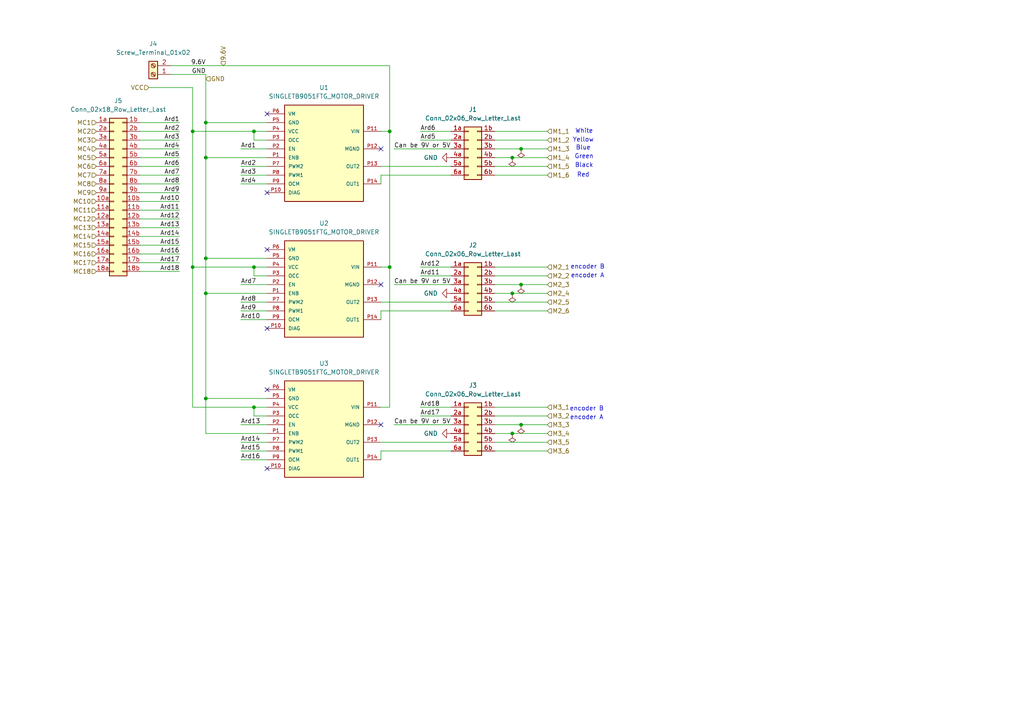
<source format=kicad_sch>
(kicad_sch (version 20250114) (generator "eeschema") (generator_version "9.0")
  (paper "A4")
  (title_block (title "Motor Controller Proto-Board"))
  (lib_symbols
    (symbol "Connector:Screw_Terminal_01x02" (pin_names (offset 1.016) (hide yes))
      (property "Reference" "J" (at 0 2.54 0))
      (property "Value" "Screw_Terminal_01x02" (at 0 -5.08 0))
      (symbol "Screw_Terminal_01x02_1_1"
        (rectangle (start -1.27 1.27) (end 1.27 -3.81) (stroke (width 0.254)) (fill (type background)))
        (polyline (pts (xy -0.5334 0.3302) (xy 0.3302 -0.508)) (stroke (width 0.1524)))
        (polyline (pts (xy -0.5334 -2.2098) (xy 0.3302 -3.048)) (stroke (width 0.1524)))
        (polyline (pts (xy -0.3556 0.508) (xy 0.508 -0.3302)) (stroke (width 0.1524)))
        (polyline (pts (xy -0.3556 -2.032) (xy 0.508 -2.8702)) (stroke (width 0.1524)))
        (circle (center 0 0) (radius 0.635) (stroke (width 0.1524)))
        (circle (center 0 -2.54) (radius 0.635) (stroke (width 0.1524)))
        (pin passive line (at -5.08 0 0) (length 3.81) (name "Pin_1") (number "1"))
        (pin passive line (at -5.08 -2.54 0) (length 3.81) (name "Pin_2") (number "2"))
      )
    )
    (symbol "Connector_Generic:Conn_02x06_Row_Letter_Last" (pin_names (offset 1.016) (hide yes))
      (property "Reference" "J" (at 1.27 7.62 0))
      (property "Value" "Conn_02x06_Row_Letter_Last" (at 1.27 -10.16 0))
      (symbol "Conn_02x06_Row_Letter_Last_1_1"
        (rectangle (start -1.27 6.35) (end 3.81 -8.89) (stroke (width 0.254)) (fill (type background)))
        (rectangle (start -1.27 5.207) (end 0 4.953) (stroke (width 0.1524)))
        (rectangle (start -1.27 2.667) (end 0 2.413) (stroke (width 0.1524)))
        (rectangle (start -1.27 0.127) (end 0 -0.127) (stroke (width 0.1524)))
        (rectangle (start -1.27 -2.413) (end 0 -2.667) (stroke (width 0.1524)))
        (rectangle (start -1.27 -4.953) (end 0 -5.207) (stroke (width 0.1524)))
        (rectangle (start -1.27 -7.493) (end 0 -7.747) (stroke (width 0.1524)))
        (rectangle (start 3.81 5.207) (end 2.54 4.953) (stroke (width 0.1524)))
        (rectangle (start 3.81 2.667) (end 2.54 2.413) (stroke (width 0.1524)))
        (rectangle (start 3.81 0.127) (end 2.54 -0.127) (stroke (width 0.1524)))
        (rectangle (start 3.81 -2.413) (end 2.54 -2.667) (stroke (width 0.1524)))
        (rectangle (start 3.81 -4.953) (end 2.54 -5.207) (stroke (width 0.1524)))
        (rectangle (start 3.81 -7.493) (end 2.54 -7.747) (stroke (width 0.1524)))
        (pin passive line (at -5.08 5.08 0) (length 3.81) (name "Pin_1a") (number "1a"))
        (pin passive line (at -5.08 2.54 0) (length 3.81) (name "Pin_2a") (number "2a"))
        (pin passive line (at -5.08 0 0) (length 3.81) (name "Pin_3a") (number "3a"))
        (pin passive line (at -5.08 -2.54 0) (length 3.81) (name "Pin_4a") (number "4a"))
        (pin passive line (at -5.08 -5.08 0) (length 3.81) (name "Pin_5a") (number "5a"))
        (pin passive line (at -5.08 -7.62 0) (length 3.81) (name "Pin_6a") (number "6a"))
        (pin passive line (at 7.62 5.08 180) (length 3.81) (name "Pin_1b") (number "1b"))
        (pin passive line (at 7.62 2.54 180) (length 3.81) (name "Pin_2b") (number "2b"))
        (pin passive line (at 7.62 0 180) (length 3.81) (name "Pin_3b") (number "3b"))
        (pin passive line (at 7.62 -2.54 180) (length 3.81) (name "Pin_4b") (number "4b"))
        (pin passive line (at 7.62 -5.08 180) (length 3.81) (name "Pin_5b") (number "5b"))
        (pin passive line (at 7.62 -7.62 180) (length 3.81) (name "Pin_6b") (number "6b"))
      )
    )
    (symbol "Connector_Generic:Conn_02x18_Row_Letter_Last" (pin_names (offset 1.016) (hide yes))
      (property "Reference" "J" (at 1.27 22.86 0))
      (property "Value" "Conn_02x18_Row_Letter_Last" (at 1.27 -25.4 0))
      (symbol "Conn_02x18_Row_Letter_Last_1_1"
        (rectangle (start -1.27 21.59) (end 3.81 -24.13) (stroke (width 0.254)) (fill (type background)))
        (rectangle (start -1.27 20.447) (end 0 20.193) (stroke (width 0.1524)))
        (rectangle (start -1.27 17.907) (end 0 17.653) (stroke (width 0.1524)))
        (rectangle (start -1.27 15.367) (end 0 15.113) (stroke (width 0.1524)))
        (rectangle (start -1.27 12.827) (end 0 12.573) (stroke (width 0.1524)))
        (rectangle (start -1.27 10.287) (end 0 10.033) (stroke (width 0.1524)))
        (rectangle (start -1.27 7.747) (end 0 7.493) (stroke (width 0.1524)))
        (rectangle (start -1.27 5.207) (end 0 4.953) (stroke (width 0.1524)))
        (rectangle (start -1.27 2.667) (end 0 2.413) (stroke (width 0.1524)))
        (rectangle (start -1.27 0.127) (end 0 -0.127) (stroke (width 0.1524)))
        (rectangle (start -1.27 -2.413) (end 0 -2.667) (stroke (width 0.1524)))
        (rectangle (start -1.27 -4.953) (end 0 -5.207) (stroke (width 0.1524)))
        (rectangle (start -1.27 -7.493) (end 0 -7.747) (stroke (width 0.1524)))
        (rectangle (start -1.27 -10.033) (end 0 -10.287) (stroke (width 0.1524)))
        (rectangle (start -1.27 -12.573) (end 0 -12.827) (stroke (width 0.1524)))
        (rectangle (start -1.27 -15.113) (end 0 -15.367) (stroke (width 0.1524)))
        (rectangle (start -1.27 -17.653) (end 0 -17.907) (stroke (width 0.1524)))
        (rectangle (start -1.27 -20.193) (end 0 -20.447) (stroke (width 0.1524)))
        (rectangle (start -1.27 -22.733) (end 0 -22.987) (stroke (width 0.1524)))
        (rectangle (start 3.81 20.447) (end 2.54 20.193) (stroke (width 0.1524)))
        (rectangle (start 3.81 17.907) (end 2.54 17.653) (stroke (width 0.1524)))
        (rectangle (start 3.81 15.367) (end 2.54 15.113) (stroke (width 0.1524)))
        (rectangle (start 3.81 12.827) (end 2.54 12.573) (stroke (width 0.1524)))
        (rectangle (start 3.81 10.287) (end 2.54 10.033) (stroke (width 0.1524)))
        (rectangle (start 3.81 7.747) (end 2.54 7.493) (stroke (width 0.1524)))
        (rectangle (start 3.81 5.207) (end 2.54 4.953) (stroke (width 0.1524)))
        (rectangle (start 3.81 2.667) (end 2.54 2.413) (stroke (width 0.1524)))
        (rectangle (start 3.81 0.127) (end 2.54 -0.127) (stroke (width 0.1524)))
        (rectangle (start 3.81 -2.413) (end 2.54 -2.667) (stroke (width 0.1524)))
        (rectangle (start 3.81 -4.953) (end 2.54 -5.207) (stroke (width 0.1524)))
        (rectangle (start 3.81 -7.493) (end 2.54 -7.747) (stroke (width 0.1524)))
        (rectangle (start 3.81 -10.033) (end 2.54 -10.287) (stroke (width 0.1524)))
        (rectangle (start 3.81 -12.573) (end 2.54 -12.827) (stroke (width 0.1524)))
        (rectangle (start 3.81 -15.113) (end 2.54 -15.367) (stroke (width 0.1524)))
        (rectangle (start 3.81 -17.653) (end 2.54 -17.907) (stroke (width 0.1524)))
        (rectangle (start 3.81 -20.193) (end 2.54 -20.447) (stroke (width 0.1524)))
        (rectangle (start 3.81 -22.733) (end 2.54 -22.987) (stroke (width 0.1524)))
        (pin passive line (at -5.08 20.32 0) (length 3.81) (name "Pin_1a") (number "1a"))
        (pin passive line (at -5.08 17.78 0) (length 3.81) (name "Pin_2a") (number "2a"))
        (pin passive line (at -5.08 15.24 0) (length 3.81) (name "Pin_3a") (number "3a"))
        (pin passive line (at -5.08 12.7 0) (length 3.81) (name "Pin_4a") (number "4a"))
        (pin passive line (at -5.08 10.16 0) (length 3.81) (name "Pin_5a") (number "5a"))
        (pin passive line (at -5.08 7.62 0) (length 3.81) (name "Pin_6a") (number "6a"))
        (pin passive line (at -5.08 5.08 0) (length 3.81) (name "Pin_7a") (number "7a"))
        (pin passive line (at -5.08 2.54 0) (length 3.81) (name "Pin_8a") (number "8a"))
        (pin passive line (at -5.08 0 0) (length 3.81) (name "Pin_9a") (number "9a"))
        (pin passive line (at -5.08 -2.54 0) (length 3.81) (name "Pin_10a") (number "10a"))
        (pin passive line (at -5.08 -5.08 0) (length 3.81) (name "Pin_11a") (number "11a"))
        (pin passive line (at -5.08 -7.62 0) (length 3.81) (name "Pin_12a") (number "12a"))
        (pin passive line (at -5.08 -10.16 0) (length 3.81) (name "Pin_13a") (number "13a"))
        (pin passive line (at -5.08 -12.7 0) (length 3.81) (name "Pin_14a") (number "14a"))
        (pin passive line (at -5.08 -15.24 0) (length 3.81) (name "Pin_15a") (number "15a"))
        (pin passive line (at -5.08 -17.78 0) (length 3.81) (name "Pin_16a") (number "16a"))
        (pin passive line (at -5.08 -20.32 0) (length 3.81) (name "Pin_17a") (number "17a"))
        (pin passive line (at -5.08 -22.86 0) (length 3.81) (name "Pin_18a") (number "18a"))
        (pin passive line (at 7.62 20.32 180) (length 3.81) (name "Pin_1b") (number "1b"))
        (pin passive line (at 7.62 17.78 180) (length 3.81) (name "Pin_2b") (number "2b"))
        (pin passive line (at 7.62 15.24 180) (length 3.81) (name "Pin_3b") (number "3b"))
        (pin passive line (at 7.62 12.7 180) (length 3.81) (name "Pin_4b") (number "4b"))
        (pin passive line (at 7.62 10.16 180) (length 3.81) (name "Pin_5b") (number "5b"))
        (pin passive line (at 7.62 7.62 180) (length 3.81) (name "Pin_6b") (number "6b"))
        (pin passive line (at 7.62 5.08 180) (length 3.81) (name "Pin_7b") (number "7b"))
        (pin passive line (at 7.62 2.54 180) (length 3.81) (name "Pin_8b") (number "8b"))
        (pin passive line (at 7.62 0 180) (length 3.81) (name "Pin_9b") (number "9b"))
        (pin passive line (at 7.62 -2.54 180) (length 3.81) (name "Pin_10b") (number "10b"))
        (pin passive line (at 7.62 -5.08 180) (length 3.81) (name "Pin_11b") (number "11b"))
        (pin passive line (at 7.62 -7.62 180) (length 3.81) (name "Pin_12b") (number "12b"))
        (pin passive line (at 7.62 -10.16 180) (length 3.81) (name "Pin_13b") (number "13b"))
        (pin passive line (at 7.62 -12.7 180) (length 3.81) (name "Pin_14b") (number "14b"))
        (pin passive line (at 7.62 -15.24 180) (length 3.81) (name "Pin_15b") (number "15b"))
        (pin passive line (at 7.62 -17.78 180) (length 3.81) (name "Pin_16b") (number "16b"))
        (pin passive line (at 7.62 -20.32 180) (length 3.81) (name "Pin_17b") (number "17b"))
        (pin passive line (at 7.62 -22.86 180) (length 3.81) (name "Pin_18b") (number "18b"))
      )
    )
    (symbol "ME3230:SINGLETB9051FTG_MOTOR_DRIVER" (pin_names (offset 1.016))
      (property "Reference" "U" (at -10.16 15.24 0))
      (property "Value" "SINGLETB9051FTG_MOTOR_DRIVER" (at -10.16 -15.24 0))
      (symbol "SINGLETB9051FTG_MOTOR_DRIVER_0_0"
        (rectangle (start -10.16 -12.7) (end 12.7 15.24) (stroke (width 0.254)) (fill (type background)))
        (pin input line (at -15.24 5.08 0) (length 5.08) (name "OCC") (number "P3"))
        (pin input line (at -15.24 2.54 0) (length 5.08) (name "EN") (number "P2"))
        (pin input line (at -15.24 0 0) (length 5.08) (name "ENB") (number "P1"))
        (pin input line (at -15.24 -2.54 0) (length 5.08) (name "PWM2") (number "P7"))
        (pin input line (at -15.24 -5.08 0) (length 5.08) (name "PWM1") (number "P8"))
        (pin output line (at -15.24 -7.62 0) (length 5.08) (name "OCM") (number "P9"))
        (pin output line (at -15.24 -10.16 0) (length 5.08) (name "DIAG") (number "P10"))
        (pin power_in line (at 17.78 2.54 180) (length 5.08) (name "MGND") (number "P12"))
        (pin bidirectional line (at 17.78 -2.54 180) (length 5.08) (name "OUT2") (number "P13"))
        (pin bidirectional line (at 17.78 -7.62 180) (length 5.08) (name "OUT1") (number "P14"))
      )
      (symbol "SINGLETB9051FTG_MOTOR_DRIVER_1_0"
        (pin power_out line (at -15.24 12.7 0) (length 5.08) (name "VM") (number "P6"))
        (pin power_in line (at -15.24 10.16 0) (length 5.08) (name "GND") (number "P5"))
        (pin power_in line (at -15.24 7.62 0) (length 5.08) (name "VCC") (number "P4"))
        (pin power_in line (at 17.78 7.62 180) (length 5.08) (name "VIN") (number "P11"))
      )
    )
    (symbol "power:GND" (power) (pin_numbers (hide yes)) (pin_names (offset 0) (hide yes))
      (property "Value" "GND" (at 0 -3.81 0))
      (symbol "GND_0_1"
        (polyline (pts (xy 0 0) (xy 0 -1.27) (xy 1.27 -1.27) (xy 0 -2.54) (xy -1.27 -1.27) (xy 0 -1.27)))
      )
      (symbol "GND_1_1"
        (pin power_in line (at 0 0 270) (length 0) (name "~") (number "1"))
      )
    )
    (symbol "power:PWR_FLAG" (power) (pin_numbers (hide yes)) (pin_names (offset 0) (hide yes))
      (property "Value" "PWR_FLAG" (at 0 3.81 0))
      (symbol "PWR_FLAG_0_0"
        (pin power_out line (at 0 0 90) (length 0) (name "~") (number "1"))
      )
      (symbol "PWR_FLAG_0_1"
        (polyline (pts (xy 0 0) (xy 0 1.27) (xy -1.016 1.905) (xy 0 2.54) (xy 1.016 1.905) (xy 0 1.27)))
      )
    )
  )
  (text "Blue" (at 169.164 42.926 0) (effects (font (size 1.27 1.27))))
  (text "encoder B" (at 170.18 118.618 0) (effects (font (size 1.27 1.27))))
  (text "encoder A" (at 170.18 121.158 0) (effects (font (size 1.27 1.27))))
  (text "Red" (at 169.164 50.8 0) (effects (font (size 1.27 1.27))))
  (text "Green" (at 169.418 45.466 0) (effects (font (size 1.27 1.27))))
  (text "encoder A" (at 170.434 80.01 0) (effects (font (size 1.27 1.27))))
  (text "Yellow" (at 169.164 40.64 0) (effects (font (size 1.27 1.27))))
  (text "encoder B" (at 170.434 77.47 0) (effects (font (size 1.27 1.27))))
  (text "White" (at 169.418 38.1 0) (effects (font (size 1.27 1.27))))
  (text "Black" (at 169.418 48.006 0) (effects (font (size 1.27 1.27))))
  (junction (at 113.03 38.1))
  (junction (at 59.69 85.09))
  (junction (at 59.69 74.93))
  (junction (at 113.03 77.47))
  (junction (at 73.66 77.47))
  (junction (at 151.13 43.18))
  (junction (at 73.66 118.11))
  (junction (at 73.66 38.1))
  (junction (at 59.69 115.57))
  (junction (at 148.59 85.09))
  (junction (at 59.69 45.72))
  (junction (at 148.59 45.72))
  (junction (at 151.13 123.19))
  (junction (at 55.88 77.47))
  (junction (at 151.13 82.55))
  (junction (at 59.69 35.56))
  (junction (at 55.88 38.1))
  (junction (at 148.59 125.73))
  (no_connect (at 77.47 55.88))
  (no_connect (at 77.47 113.03))
  (no_connect (at 77.47 95.25))
  (no_connect (at 110.49 123.19))
  (no_connect (at 77.47 33.02))
  (no_connect (at 77.47 72.39))
  (no_connect (at 77.47 135.89))
  (no_connect (at 110.49 43.18))
  (no_connect (at 110.49 82.55))
  (wire (pts (xy 69.85 128.27) (xy 77.47 128.27)))
  (wire (pts (xy 158.75 45.72) (xy 148.59 45.72)))
  (wire (pts (xy 158.75 40.64) (xy 143.51 40.64)))
  (wire (pts (xy 121.92 80.01) (xy 130.81 80.01)))
  (wire (pts (xy 69.85 130.81) (xy 77.47 130.81)))
  (wire (pts (xy 110.49 133.35) (xy 110.49 130.81)))
  (wire (pts (xy 158.75 125.73) (xy 148.59 125.73)))
  (wire (pts (xy 49.53 19.05) (xy 113.03 19.05)))
  (wire (pts (xy 77.47 123.19) (xy 69.85 123.19)))
  (wire (pts (xy 69.85 53.34) (xy 77.47 53.34)))
  (wire (pts (xy 69.85 48.26) (xy 77.47 48.26)))
  (wire (pts (xy 143.51 128.27) (xy 158.75 128.27)))
  (wire (pts (xy 73.66 120.65) (xy 77.47 120.65)))
  (wire (pts (xy 55.88 77.47) (xy 55.88 118.11)))
  (wire (pts (xy 114.3 123.19) (xy 130.81 123.19)))
  (wire (pts (xy 40.64 53.34) (xy 52.07 53.34)))
  (wire (pts (xy 110.49 87.63) (xy 130.81 87.63)))
  (wire (pts (xy 77.47 125.73) (xy 59.69 125.73)))
  (wire (pts (xy 69.85 133.35) (xy 77.47 133.35)))
  (wire (pts (xy 40.64 58.42) (xy 52.07 58.42)))
  (wire (pts (xy 55.88 38.1) (xy 55.88 25.4)))
  (wire (pts (xy 110.49 128.27) (xy 130.81 128.27)))
  (wire (pts (xy 158.75 43.18) (xy 151.13 43.18)))
  (wire (pts (xy 40.64 78.74) (xy 52.07 78.74)))
  (wire (pts (xy 59.69 21.59) (xy 59.69 35.56)))
  (wire (pts (xy 69.85 90.17) (xy 77.47 90.17)))
  (wire (pts (xy 43.18 25.4) (xy 55.88 25.4)))
  (wire (pts (xy 158.75 130.81) (xy 143.51 130.81)))
  (wire (pts (xy 158.75 85.09) (xy 148.59 85.09)))
  (wire (pts (xy 40.64 35.56) (xy 52.07 35.56)))
  (wire (pts (xy 73.66 118.11) (xy 73.66 120.65)))
  (wire (pts (xy 110.49 90.17) (xy 110.49 92.71)))
  (wire (pts (xy 121.92 120.65) (xy 130.81 120.65)))
  (wire (pts (xy 40.64 73.66) (xy 52.07 73.66)))
  (wire (pts (xy 158.75 123.19) (xy 151.13 123.19)))
  (wire (pts (xy 69.85 92.71) (xy 77.47 92.71)))
  (wire (pts (xy 110.49 90.17) (xy 130.81 90.17)))
  (wire (pts (xy 77.47 82.55) (xy 69.85 82.55)))
  (wire (pts (xy 148.59 45.72) (xy 143.51 45.72)))
  (wire (pts (xy 59.69 35.56) (xy 77.47 35.56)))
  (wire (pts (xy 121.92 77.47) (xy 130.81 77.47)))
  (wire (pts (xy 40.64 71.12) (xy 52.07 71.12)))
  (wire (pts (xy 40.64 45.72) (xy 52.07 45.72)))
  (wire (pts (xy 121.92 40.64) (xy 130.81 40.64)))
  (wire (pts (xy 158.75 38.1) (xy 143.51 38.1)))
  (wire (pts (xy 73.66 40.64) (xy 73.66 38.1)))
  (wire (pts (xy 121.92 38.1) (xy 130.81 38.1)))
  (wire (pts (xy 59.69 85.09) (xy 77.47 85.09)))
  (wire (pts (xy 59.69 115.57) (xy 77.47 115.57)))
  (wire (pts (xy 59.69 45.72) (xy 77.47 45.72)))
  (wire (pts (xy 113.03 77.47) (xy 110.49 77.47)))
  (wire (pts (xy 143.51 87.63) (xy 158.75 87.63)))
  (wire (pts (xy 59.69 35.56) (xy 59.69 45.72)))
  (wire (pts (xy 158.75 82.55) (xy 151.13 82.55)))
  (wire (pts (xy 40.64 43.18) (xy 52.07 43.18)))
  (wire (pts (xy 73.66 77.47) (xy 55.88 77.47)))
  (wire (pts (xy 40.64 40.64) (xy 52.07 40.64)))
  (wire (pts (xy 77.47 118.11) (xy 73.66 118.11)))
  (wire (pts (xy 73.66 118.11) (xy 55.88 118.11)))
  (wire (pts (xy 114.3 43.18) (xy 130.81 43.18)))
  (wire (pts (xy 40.64 66.04) (xy 52.07 66.04)))
  (wire (pts (xy 77.47 40.64) (xy 73.66 40.64)))
  (wire (pts (xy 158.75 77.47) (xy 143.51 77.47)))
  (wire (pts (xy 55.88 38.1) (xy 55.88 77.47)))
  (wire (pts (xy 113.03 38.1) (xy 113.03 77.47)))
  (wire (pts (xy 113.03 77.47) (xy 113.03 118.11)))
  (wire (pts (xy 113.03 118.11) (xy 110.49 118.11)))
  (wire (pts (xy 121.92 118.11) (xy 130.81 118.11)))
  (wire (pts (xy 77.47 80.01) (xy 73.66 80.01)))
  (wire (pts (xy 158.75 90.17) (xy 143.51 90.17)))
  (wire (pts (xy 69.85 43.18) (xy 77.47 43.18)))
  (wire (pts (xy 59.69 85.09) (xy 59.69 115.57)))
  (wire (pts (xy 158.75 118.11) (xy 143.51 118.11)))
  (wire (pts (xy 110.49 50.8) (xy 130.81 50.8)))
  (wire (pts (xy 69.85 87.63) (xy 77.47 87.63)))
  (wire (pts (xy 40.64 50.8) (xy 52.07 50.8)))
  (wire (pts (xy 77.47 77.47) (xy 73.66 77.47)))
  (wire (pts (xy 73.66 38.1) (xy 55.88 38.1)))
  (wire (pts (xy 49.53 21.59) (xy 59.69 21.59)))
  (wire (pts (xy 114.3 82.55) (xy 130.81 82.55)))
  (wire (pts (xy 59.69 74.93) (xy 59.69 85.09)))
  (wire (pts (xy 40.64 76.2) (xy 52.07 76.2)))
  (wire (pts (xy 130.81 48.26) (xy 110.49 48.26)))
  (wire (pts (xy 59.69 45.72) (xy 59.69 74.93)))
  (wire (pts (xy 151.13 123.19) (xy 143.51 123.19)))
  (wire (pts (xy 113.03 19.05) (xy 113.03 38.1)))
  (wire (pts (xy 69.85 50.8) (xy 77.47 50.8)))
  (wire (pts (xy 158.75 80.01) (xy 143.51 80.01)))
  (wire (pts (xy 40.64 48.26) (xy 52.07 48.26)))
  (wire (pts (xy 40.64 55.88) (xy 52.07 55.88)))
  (wire (pts (xy 148.59 125.73) (xy 143.51 125.73)))
  (wire (pts (xy 40.64 68.58) (xy 52.07 68.58)))
  (wire (pts (xy 151.13 43.18) (xy 143.51 43.18)))
  (wire (pts (xy 151.13 82.55) (xy 143.51 82.55)))
  (wire (pts (xy 158.75 120.65) (xy 143.51 120.65)))
  (wire (pts (xy 40.64 63.5) (xy 52.07 63.5)))
  (wire (pts (xy 113.03 38.1) (xy 110.49 38.1)))
  (wire (pts (xy 73.66 38.1) (xy 77.47 38.1)))
  (wire (pts (xy 110.49 130.81) (xy 130.81 130.81)))
  (wire (pts (xy 158.75 50.8) (xy 143.51 50.8)))
  (wire (pts (xy 59.69 125.73) (xy 59.69 115.57)))
  (wire (pts (xy 40.64 60.96) (xy 52.07 60.96)))
  (wire (pts (xy 40.64 38.1) (xy 52.07 38.1)))
  (wire (pts (xy 73.66 80.01) (xy 73.66 77.47)))
  (wire (pts (xy 110.49 50.8) (xy 110.49 53.34)))
  (wire (pts (xy 143.51 48.26) (xy 158.75 48.26)))
  (wire (pts (xy 148.59 85.09) (xy 143.51 85.09)))
  (wire (pts (xy 59.69 74.93) (xy 77.47 74.93)))
  (label "Ard7" (at 52.07 50.8 180))
  (label "Ard14" (at 69.85 128.27 0))
  (label "Ard17" (at 52.07 76.2 180))
  (label "Ard12" (at 52.07 63.5 180))
  (label "Ard4" (at 52.07 43.18 180))
  (label "Ard1" (at 69.85 43.18 0))
  (label "Ard11" (at 121.92 80.01 0))
  (label "Can be 9V or 5V" (at 114.3 82.55 0))
  (label "Ard12" (at 121.92 77.47 0))
  (label "Ard6" (at 121.92 38.1 0))
  (label "Ard15" (at 52.07 71.12 180))
  (label "Ard13" (at 69.85 123.19 0))
  (label "Ard5" (at 121.92 40.64 0))
  (label "Ard2" (at 69.85 48.26 0))
  (label "9.6V" (at 59.69 19.05 180))
  (label "Ard16" (at 52.07 73.66 180))
  (label "Ard3" (at 52.07 40.64 180))
  (label "Ard9" (at 52.07 55.88 180))
  (label "Ard15" (at 69.85 130.81 0))
  (label "Ard3" (at 69.85 50.8 0))
  (label "Ard10" (at 69.85 92.71 0))
  (label "Ard5" (at 52.07 45.72 180))
  (label "Ard7" (at 69.85 82.55 0))
  (label "Ard17" (at 121.92 120.65 0))
  (label "Can be 9V or 5V" (at 114.3 43.18 0))
  (label "Ard4" (at 69.85 53.34 0))
  (label "Ard10" (at 52.07 58.42 180))
  (label "Ard9" (at 69.85 90.17 0))
  (label "Ard8" (at 69.85 87.63 0))
  (label "Ard13" (at 52.07 66.04 180))
  (label "Ard18" (at 52.07 78.74 180))
  (label "GND" (at 59.69 21.59 180))
  (label "Ard16" (at 69.85 133.35 0))
  (label "Ard14" (at 52.07 68.58 180))
  (label "Ard11" (at 52.07 60.96 180))
  (label "Ard18" (at 121.92 118.11 0))
  (label "Ard1" (at 52.07 35.56 180))
  (label "Ard2" (at 52.07 38.1 180))
  (label "Ard8" (at 52.07 53.34 180))
  (label "Ard6" (at 52.07 48.26 180))
  (label "Can be 9V or 5V" (at 114.3 123.19 0))
  (hierarchical_label "MC14" (shape input) (at 27.94 68.58 180))
  (hierarchical_label "MC1" (shape input) (at 27.94 35.56 180))
  (hierarchical_label "MC13" (shape input) (at 27.94 66.04 180))
  (hierarchical_label "MC10" (shape input) (at 27.94 58.42 180))
  (hierarchical_label "MC16" (shape input) (at 27.94 73.66 180))
  (hierarchical_label "M1_1" (shape input) (at 158.75 38.1 0))
  (hierarchical_label "M2_6" (shape input) (at 158.75 90.17 0))
  (hierarchical_label "M2_4" (shape input) (at 158.75 85.09 0))
  (hierarchical_label "M1_4" (shape input) (at 158.75 45.72 0))
  (hierarchical_label "MC11" (shape input) (at 27.94 60.96 180))
  (hierarchical_label "MC9" (shape input) (at 27.94 55.88 180))
  (hierarchical_label "M1_5" (shape input) (at 158.75 48.26 0))
  (hierarchical_label "M1_2" (shape input) (at 158.75 40.64 0))
  (hierarchical_label "M2_5" (shape input) (at 158.75 87.63 0))
  (hierarchical_label "MC3" (shape input) (at 27.94 40.64 180))
  (hierarchical_label "GND" (shape input) (at 59.69 22.86 0))
  (hierarchical_label "M2_1" (shape input) (at 158.75 77.47 0))
  (hierarchical_label "MC7" (shape input) (at 27.94 50.8 180))
  (hierarchical_label "M3_4" (shape input) (at 158.75 125.73 0))
  (hierarchical_label "MC5" (shape input) (at 27.94 45.72 180))
  (hierarchical_label "M2_2" (shape input) (at 158.75 80.01 0))
  (hierarchical_label "MC8" (shape input) (at 27.94 53.34 180))
  (hierarchical_label "VCC" (shape input) (at 43.18 25.4 180))
  (hierarchical_label "MC12" (shape input) (at 27.94 63.5 180))
  (hierarchical_label "MC6" (shape input) (at 27.94 48.26 180))
  (hierarchical_label "M3_5" (shape input) (at 158.75 128.27 0))
  (hierarchical_label "9.6V" (shape input) (at 64.77 19.05 90))
  (hierarchical_label "M3_1" (shape input) (at 158.75 118.11 0))
  (hierarchical_label "MC15" (shape input) (at 27.94 71.12 180))
  (hierarchical_label "MC4" (shape input) (at 27.94 43.18 180))
  (hierarchical_label "M3_2" (shape input) (at 158.75 120.65 0))
  (hierarchical_label "M1_6" (shape input) (at 158.75 50.8 0))
  (hierarchical_label "MC17" (shape input) (at 27.94 76.2 180))
  (hierarchical_label "MC2" (shape input) (at 27.94 38.1 180))
  (hierarchical_label "M3_3" (shape input) (at 158.75 123.19 0))
  (hierarchical_label "M3_6" (shape input) (at 158.75 130.81 0))
  (hierarchical_label "MC18" (shape input) (at 27.94 78.74 180))
  (hierarchical_label "M2_3" (shape input) (at 158.75 82.55 0))
  (hierarchical_label "M1_3" (shape input) (at 158.75 43.18 0))
  (symbol (lib_id "ME3230:SINGLETB9051FTG_MOTOR_DRIVER") (at 92.71 45.72 0) (unit 1)
    (property "Reference" "U1" (at 93.98 25.4 0))
    (property "Value" "SINGLETB9051FTG_MOTOR_DRIVER" (at 93.98 27.94 0))
    (property "Footprint" "SINGLETB9051FTG_MOTOR_DRIVER:SINGLETB9051FTG" (effects (hide yes)))
  )
  (symbol (lib_id "ME3230:SINGLETB9051FTG_MOTOR_DRIVER") (at 92.71 85.09 0) (unit 1)
    (property "Reference" "U2" (at 93.98 64.77 0))
    (property "Value" "SINGLETB9051FTG_MOTOR_DRIVER" (at 93.98 67.31 0))
    (property "Footprint" "SINGLETB9051FTG_MOTOR_DRIVER:SINGLETB9051FTG" (effects (hide yes)))
  )
  (symbol (lib_id "power:PWR_FLAG") (at 151.13 43.18 180) (unit 1)
    (property "Reference" "#FLG05" (effects (hide yes)))
    (property "Value" "PWR_FLAG" (effects (hide yes)))
    (property "Description" "Special symbol for telling ERC where power comes from" (effects (hide yes)))
  )
  (symbol (lib_id "power:PWR_FLAG") (at 148.59 45.72 180) (unit 1)
    (property "Reference" "#FLG04" (effects (hide yes)))
    (property "Value" "PWR_FLAG" (effects (hide yes)))
    (property "Description" "Special symbol for telling ERC where power comes from" (effects (hide yes)))
  )
  (symbol (lib_id "Connector_Generic:Conn_02x06_Row_Letter_Last") (at 135.89 82.55 0) (unit 1)
    (property "Reference" "J2" (at 137.16 71.12 0))
    (property "Value" "Conn_02x06_Row_Letter_Last" (at 137.16 73.66 0))
    (property "Description" "Generic connector, double row, 02x06, row letter last pin numbering scheme (pin number consists of a letter for the row and a number for the pin index in this row. 1a, ..., Na; 1b, ..., Nb)), script generated (kicad-library-utils/schlib/autogen/connector/)" (effects (hide yes)))
  )
  (symbol (lib_id "ME3230:SINGLETB9051FTG_MOTOR_DRIVER") (at 92.71 125.73 0) (unit 1)
    (property "Reference" "U3" (at 93.98 105.41 0))
    (property "Value" "SINGLETB9051FTG_MOTOR_DRIVER" (at 93.98 107.95 0))
    (property "Footprint" "SINGLETB9051FTG_MOTOR_DRIVER:SINGLETB9051FTG" (effects (hide yes)))
  )
  (symbol (lib_id "Connector_Generic:Conn_02x18_Row_Letter_Last") (at 33.02 55.88 0) (unit 1)
    (property "Reference" "J5" (at 34.29 29.21 0))
    (property "Value" "Conn_02x18_Row_Letter_Last" (at 34.29 31.75 0))
    (property "Description" "Generic connector, double row, 02x18, row letter last pin numbering scheme (pin number consists of a letter for the row and a number for the pin index in this row. 1a, ..., Na; 1b, ..., Nb)), script generated (kicad-library-utils/schlib/autogen/connector/)" (effects (hide yes)))
  )
  (symbol (lib_id "Connector:Screw_Terminal_01x02") (at 44.45 21.59 180) (unit 1)
    (property "Reference" "J4" (at 44.45 12.7 0))
    (property "Value" "Screw_Terminal_01x02" (at 44.45 15.24 0))
    (property "Description" "Generic screw terminal, single row, 01x02, script generated (kicad-library-utils/schlib/autogen/connector/)" (effects (hide yes)))
  )
  (symbol (lib_id "power:GND") (at 130.81 125.73 270) (unit 1)
    (property "Reference" "#PWR018" (effects (hide yes)))
    (property "Value" "GND" (at 127 125.7299 90) (effects (justify right)))
    (property "Description" "Power symbol creates a global label with name \"GND\" , ground" (effects (hide yes)))
  )
  (symbol (lib_id "power:PWR_FLAG") (at 148.59 125.73 180) (unit 1)
    (property "Reference" "#FLG012" (effects (hide yes)))
    (property "Value" "PWR_FLAG" (effects (hide yes)))
    (property "Description" "Special symbol for telling ERC where power comes from" (effects (hide yes)))
  )
  (symbol (lib_id "power:PWR_FLAG") (at 151.13 123.19 180) (unit 1)
    (property "Reference" "#FLG013" (effects (hide yes)))
    (property "Value" "PWR_FLAG" (effects (hide yes)))
    (property "Description" "Special symbol for telling ERC where power comes from" (effects (hide yes)))
  )
  (symbol (lib_id "Connector_Generic:Conn_02x06_Row_Letter_Last") (at 135.89 123.19 0) (unit 1)
    (property "Reference" "J3" (at 137.16 111.76 0))
    (property "Value" "Conn_02x06_Row_Letter_Last" (at 137.16 114.3 0))
    (property "Description" "Generic connector, double row, 02x06, row letter last pin numbering scheme (pin number consists of a letter for the row and a number for the pin index in this row. 1a, ..., Na; 1b, ..., Nb)), script generated (kicad-library-utils/schlib/autogen/connector/)" (effects (hide yes)))
  )
  (symbol (lib_id "power:GND") (at 130.81 85.09 270) (unit 1)
    (property "Reference" "#PWR012" (effects (hide yes)))
    (property "Value" "GND" (at 127 85.0899 90) (effects (justify right)))
    (property "Description" "Power symbol creates a global label with name \"GND\" , ground" (effects (hide yes)))
  )
  (symbol (lib_id "power:PWR_FLAG") (at 148.59 85.09 180) (unit 1)
    (property "Reference" "#FLG08" (effects (hide yes)))
    (property "Value" "PWR_FLAG" (effects (hide yes)))
    (property "Description" "Special symbol for telling ERC where power comes from" (effects (hide yes)))
  )
  (symbol (lib_id "power:GND") (at 130.81 45.72 270) (unit 1)
    (property "Reference" "#PWR09" (effects (hide yes)))
    (property "Value" "GND" (at 127 45.7199 90) (effects (justify right)))
    (property "Description" "Power symbol creates a global label with name \"GND\" , ground" (effects (hide yes)))
  )
  (symbol (lib_id "Connector_Generic:Conn_02x06_Row_Letter_Last") (at 135.89 43.18 0) (unit 1)
    (property "Reference" "J1" (at 137.16 31.75 0))
    (property "Value" "Conn_02x06_Row_Letter_Last" (at 137.16 34.29 0))
    (property "Description" "Generic connector, double row, 02x06, row letter last pin numbering scheme (pin number consists of a letter for the row and a number for the pin index in this row. 1a, ..., Na; 1b, ..., Nb)), script generated (kicad-library-utils/schlib/autogen/connector/)" (effects (hide yes)))
  )
  (symbol (lib_id "power:PWR_FLAG") (at 151.13 82.55 180) (unit 1)
    (property "Reference" "#FLG09" (effects (hide yes)))
    (property "Value" "PWR_FLAG" (effects (hide yes)))
    (property "Description" "Special symbol for telling ERC where power comes from" (effects (hide yes)))
  )
)
</source>
